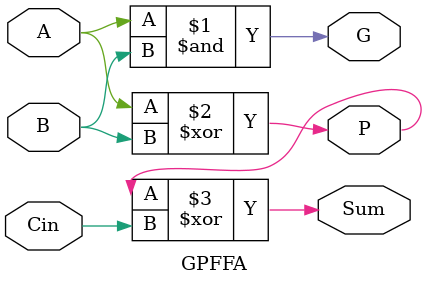
<source format=v>
`timescale 1ns / 1ps


// Generate-Propagate Full Adder (GPFFA) 모듈 - 1비트 전가산기 및 G/P 계산
// 슬라이드 19 상단 좌측 코드 기반입니다.
module GPFFA(
    input A,     // 1비트 A 입력
    input B,     // 1비트 B 입력
    input Cin,   // 1비트 캐리 입력
    output G,    // 1비트 캐리 생성(Generate) 신호 출력 (A&B)
    output P,    // 1비트 캐리 전파(Propagate) 신호 출력 (A^B)
    output Sum   // 1비트 합계(Sum) 출력
);

    // 캐리 생성(G) 신호 계산: A와 B가 모두 1이면 캐리 생성
    assign G = A & B;

    // 캐리 전파(P) 신호 계산: A와 B 중 하나만 1이면 캐리 전파 가능
    assign P = A ^ B;

    // 합계(Sum) 계산: P와 Cin의 XOR
    // (A^B)^Cin = A^B^Cin (일반적인 전가산기 Sum 공식)
    assign Sum = P ^ Cin;

endmodule

</source>
